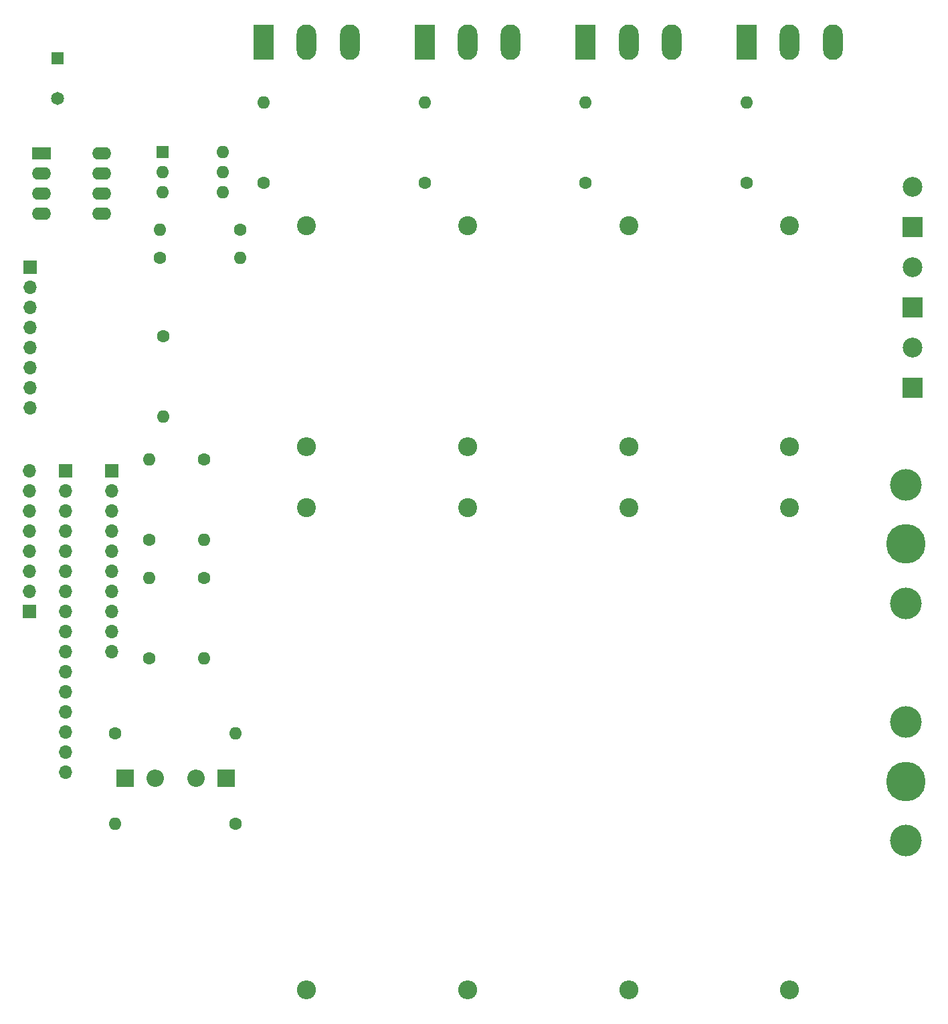
<source format=gbr>
%TF.GenerationSoftware,KiCad,Pcbnew,(6.0.8)*%
%TF.CreationDate,2023-04-21T01:28:30+02:00*%
%TF.ProjectId,load_pcb,6c6f6164-5f70-4636-922e-6b696361645f,rev?*%
%TF.SameCoordinates,Original*%
%TF.FileFunction,Soldermask,Bot*%
%TF.FilePolarity,Negative*%
%FSLAX46Y46*%
G04 Gerber Fmt 4.6, Leading zero omitted, Abs format (unit mm)*
G04 Created by KiCad (PCBNEW (6.0.8)) date 2023-04-21 01:28:30*
%MOMM*%
%LPD*%
G01*
G04 APERTURE LIST*
%ADD10R,1.700000X1.700000*%
%ADD11O,1.700000X1.700000*%
%ADD12C,1.600000*%
%ADD13O,1.600000X1.600000*%
%ADD14R,2.500000X2.500000*%
%ADD15C,2.500000*%
%ADD16C,5.000000*%
%ADD17C,4.000000*%
%ADD18R,2.500000X4.500000*%
%ADD19O,2.500000X4.500000*%
%ADD20C,2.400000*%
%ADD21O,2.400000X2.400000*%
%ADD22R,2.200000X2.200000*%
%ADD23O,2.200000X2.200000*%
%ADD24R,2.400000X1.600000*%
%ADD25O,2.400000X1.600000*%
%ADD26R,1.650000X1.650000*%
%ADD27C,1.650000*%
%ADD28R,1.600000X1.600000*%
G04 APERTURE END LIST*
D10*
%TO.C,J1*%
X108966000Y-83820000D03*
D11*
X108966000Y-86360000D03*
X108966000Y-88900000D03*
X108966000Y-91440000D03*
X108966000Y-93980000D03*
X108966000Y-96520000D03*
X108966000Y-99060000D03*
X108966000Y-101600000D03*
X108966000Y-104140000D03*
X108966000Y-106680000D03*
X108966000Y-109220000D03*
X108966000Y-111760000D03*
X108966000Y-114300000D03*
X108966000Y-116840000D03*
X108966000Y-119380000D03*
X108966000Y-121920000D03*
%TD*%
D10*
%TO.C,J3*%
X114836000Y-83820000D03*
D11*
X114836000Y-86360000D03*
X114836000Y-88900000D03*
X114836000Y-91440000D03*
X114836000Y-93980000D03*
X114836000Y-96520000D03*
X114836000Y-99060000D03*
X114836000Y-101600000D03*
X114836000Y-104140000D03*
X114836000Y-106680000D03*
%TD*%
D12*
%TO.C,R16*%
X126466000Y-82372000D03*
D13*
X126466000Y-92532000D03*
%TD*%
D14*
%TO.C,P4*%
X216128000Y-73354000D03*
D15*
X216128000Y-68274000D03*
%TD*%
D16*
%TO.C,F1*%
X215306000Y-123080000D03*
D17*
X215306000Y-130580000D03*
X215306000Y-115580000D03*
X215306000Y-85580000D03*
D16*
X215306000Y-93080000D03*
D17*
X215306000Y-100580000D03*
%TD*%
D18*
%TO.C,Q3*%
X154399333Y-29668000D03*
D19*
X159849333Y-29668000D03*
X165299333Y-29668000D03*
%TD*%
D12*
%TO.C,R2*%
X134020000Y-47430000D03*
D13*
X134020000Y-37270000D03*
%TD*%
D20*
%TO.C,R6*%
X159849333Y-52850000D03*
D21*
X159849333Y-80790000D03*
%TD*%
D14*
%TO.C,P2*%
X216128000Y-53034000D03*
D15*
X216128000Y-47954000D03*
%TD*%
D20*
%TO.C,R9*%
X180228666Y-52850000D03*
D21*
X180228666Y-80790000D03*
%TD*%
D12*
%TO.C,R20*%
X130466365Y-128410365D03*
D13*
X115226365Y-128410365D03*
%TD*%
D22*
%TO.C,D2*%
X116470000Y-122682000D03*
D23*
X120280000Y-122682000D03*
%TD*%
D20*
%TO.C,R12*%
X200608000Y-52850000D03*
D21*
X200608000Y-80790000D03*
%TD*%
D18*
%TO.C,Q2*%
X134020000Y-29668000D03*
D19*
X139470000Y-29668000D03*
X144920000Y-29668000D03*
%TD*%
D10*
%TO.C,J4*%
X104448000Y-58054000D03*
D11*
X104448000Y-60594000D03*
X104448000Y-63134000D03*
X104448000Y-65674000D03*
X104448000Y-68214000D03*
X104448000Y-70754000D03*
X104448000Y-73294000D03*
X104448000Y-75834000D03*
%TD*%
D18*
%TO.C,Q4*%
X174778666Y-29668000D03*
D19*
X180228666Y-29668000D03*
X185678666Y-29668000D03*
%TD*%
D24*
%TO.C,U1*%
X105918000Y-43688000D03*
D25*
X105918000Y-46228000D03*
X105918000Y-48768000D03*
X105918000Y-51308000D03*
X113538000Y-51308000D03*
X113538000Y-48768000D03*
X113538000Y-46228000D03*
X113538000Y-43688000D03*
%TD*%
D12*
%TO.C,R5*%
X154399333Y-47430000D03*
D13*
X154399333Y-37270000D03*
%TD*%
D20*
%TO.C,R7*%
X139470000Y-88524000D03*
D21*
X139470000Y-149484000D03*
%TD*%
D20*
%TO.C,R4*%
X180228666Y-88524000D03*
D21*
X180228666Y-149484000D03*
%TD*%
D12*
%TO.C,R17*%
X119562000Y-92532000D03*
D13*
X119562000Y-82372000D03*
%TD*%
D12*
%TO.C,R21*%
X120904000Y-56896000D03*
D13*
X131064000Y-56896000D03*
%TD*%
D10*
%TO.C,J2*%
X104372000Y-101600000D03*
D11*
X104372000Y-99060000D03*
X104372000Y-96520000D03*
X104372000Y-93980000D03*
X104372000Y-91440000D03*
X104372000Y-88900000D03*
X104372000Y-86360000D03*
X104372000Y-83820000D03*
%TD*%
D20*
%TO.C,R13*%
X159849333Y-88524000D03*
D21*
X159849333Y-149484000D03*
%TD*%
D12*
%TO.C,R1*%
X131064000Y-53360000D03*
D13*
X120904000Y-53360000D03*
%TD*%
D26*
%TO.C,P1*%
X107924000Y-31698000D03*
D27*
X107924000Y-36778000D03*
%TD*%
D12*
%TO.C,R18*%
X121296000Y-66772000D03*
D13*
X121296000Y-76932000D03*
%TD*%
D20*
%TO.C,R10*%
X200608000Y-88524000D03*
D21*
X200608000Y-149484000D03*
%TD*%
D12*
%TO.C,R19*%
X115226365Y-117056365D03*
D13*
X130466365Y-117056365D03*
%TD*%
D28*
%TO.C,Q1*%
X121204000Y-43564000D03*
D13*
X121204000Y-46104000D03*
X121204000Y-48644000D03*
X128824000Y-48644000D03*
X128824000Y-46104000D03*
X128824000Y-43564000D03*
%TD*%
D12*
%TO.C,R14*%
X126466000Y-97358000D03*
D13*
X126466000Y-107518000D03*
%TD*%
D12*
%TO.C,R11*%
X195158000Y-47430000D03*
D13*
X195158000Y-37270000D03*
%TD*%
D22*
%TO.C,D1*%
X129286000Y-122682000D03*
D23*
X125476000Y-122682000D03*
%TD*%
D20*
%TO.C,R3*%
X139470000Y-52850000D03*
D21*
X139470000Y-80790000D03*
%TD*%
D18*
%TO.C,Q5*%
X195158000Y-29668000D03*
D19*
X200608000Y-29668000D03*
X206058000Y-29668000D03*
%TD*%
D12*
%TO.C,R8*%
X174778666Y-47430000D03*
D13*
X174778666Y-37270000D03*
%TD*%
D14*
%TO.C,P3*%
X216128000Y-63194000D03*
D15*
X216128000Y-58114000D03*
%TD*%
D12*
%TO.C,R15*%
X119562000Y-107518000D03*
D13*
X119562000Y-97358000D03*
%TD*%
M02*

</source>
